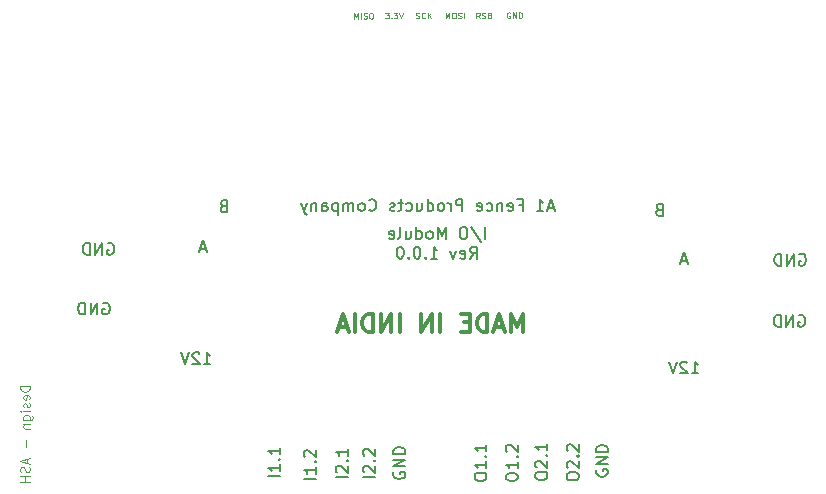
<source format=gbr>
%TF.GenerationSoftware,KiCad,Pcbnew,(5.1.10)-1*%
%TF.CreationDate,2021-11-03T13:15:42+05:30*%
%TF.ProjectId,Modbus_IO_Board,4d6f6462-7573-45f4-994f-5f426f617264,rev?*%
%TF.SameCoordinates,Original*%
%TF.FileFunction,Legend,Bot*%
%TF.FilePolarity,Positive*%
%FSLAX46Y46*%
G04 Gerber Fmt 4.6, Leading zero omitted, Abs format (unit mm)*
G04 Created by KiCad (PCBNEW (5.1.10)-1) date 2021-11-03 13:15:42*
%MOMM*%
%LPD*%
G01*
G04 APERTURE LIST*
%ADD10C,0.100000*%
%ADD11C,0.150000*%
%ADD12C,0.300000*%
G04 APERTURE END LIST*
D10*
X201669047Y-85050000D02*
X201621428Y-85026190D01*
X201550000Y-85026190D01*
X201478571Y-85050000D01*
X201430952Y-85097619D01*
X201407142Y-85145238D01*
X201383333Y-85240476D01*
X201383333Y-85311904D01*
X201407142Y-85407142D01*
X201430952Y-85454761D01*
X201478571Y-85502380D01*
X201550000Y-85526190D01*
X201597619Y-85526190D01*
X201669047Y-85502380D01*
X201692857Y-85478571D01*
X201692857Y-85311904D01*
X201597619Y-85311904D01*
X201907142Y-85526190D02*
X201907142Y-85026190D01*
X202192857Y-85526190D01*
X202192857Y-85026190D01*
X202430952Y-85526190D02*
X202430952Y-85026190D01*
X202550000Y-85026190D01*
X202621428Y-85050000D01*
X202669047Y-85097619D01*
X202692857Y-85145238D01*
X202716666Y-85240476D01*
X202716666Y-85311904D01*
X202692857Y-85407142D01*
X202669047Y-85454761D01*
X202621428Y-85502380D01*
X202550000Y-85526190D01*
X202430952Y-85526190D01*
X199116666Y-85551190D02*
X198950000Y-85313095D01*
X198830952Y-85551190D02*
X198830952Y-85051190D01*
X199021428Y-85051190D01*
X199069047Y-85075000D01*
X199092857Y-85098809D01*
X199116666Y-85146428D01*
X199116666Y-85217857D01*
X199092857Y-85265476D01*
X199069047Y-85289285D01*
X199021428Y-85313095D01*
X198830952Y-85313095D01*
X199307142Y-85527380D02*
X199378571Y-85551190D01*
X199497619Y-85551190D01*
X199545238Y-85527380D01*
X199569047Y-85503571D01*
X199592857Y-85455952D01*
X199592857Y-85408333D01*
X199569047Y-85360714D01*
X199545238Y-85336904D01*
X199497619Y-85313095D01*
X199402380Y-85289285D01*
X199354761Y-85265476D01*
X199330952Y-85241666D01*
X199307142Y-85194047D01*
X199307142Y-85146428D01*
X199330952Y-85098809D01*
X199354761Y-85075000D01*
X199402380Y-85051190D01*
X199521428Y-85051190D01*
X199592857Y-85075000D01*
X199973809Y-85289285D02*
X200045238Y-85313095D01*
X200069047Y-85336904D01*
X200092857Y-85384523D01*
X200092857Y-85455952D01*
X200069047Y-85503571D01*
X200045238Y-85527380D01*
X199997619Y-85551190D01*
X199807142Y-85551190D01*
X199807142Y-85051190D01*
X199973809Y-85051190D01*
X200021428Y-85075000D01*
X200045238Y-85098809D01*
X200069047Y-85146428D01*
X200069047Y-85194047D01*
X200045238Y-85241666D01*
X200021428Y-85265476D01*
X199973809Y-85289285D01*
X199807142Y-85289285D01*
X193707142Y-85527380D02*
X193778571Y-85551190D01*
X193897619Y-85551190D01*
X193945238Y-85527380D01*
X193969047Y-85503571D01*
X193992857Y-85455952D01*
X193992857Y-85408333D01*
X193969047Y-85360714D01*
X193945238Y-85336904D01*
X193897619Y-85313095D01*
X193802380Y-85289285D01*
X193754761Y-85265476D01*
X193730952Y-85241666D01*
X193707142Y-85194047D01*
X193707142Y-85146428D01*
X193730952Y-85098809D01*
X193754761Y-85075000D01*
X193802380Y-85051190D01*
X193921428Y-85051190D01*
X193992857Y-85075000D01*
X194492857Y-85503571D02*
X194469047Y-85527380D01*
X194397619Y-85551190D01*
X194350000Y-85551190D01*
X194278571Y-85527380D01*
X194230952Y-85479761D01*
X194207142Y-85432142D01*
X194183333Y-85336904D01*
X194183333Y-85265476D01*
X194207142Y-85170238D01*
X194230952Y-85122619D01*
X194278571Y-85075000D01*
X194350000Y-85051190D01*
X194397619Y-85051190D01*
X194469047Y-85075000D01*
X194492857Y-85098809D01*
X194707142Y-85551190D02*
X194707142Y-85051190D01*
X194992857Y-85551190D02*
X194778571Y-85265476D01*
X194992857Y-85051190D02*
X194707142Y-85336904D01*
X196214285Y-85551190D02*
X196214285Y-85051190D01*
X196380952Y-85408333D01*
X196547619Y-85051190D01*
X196547619Y-85551190D01*
X196880952Y-85051190D02*
X196976190Y-85051190D01*
X197023809Y-85075000D01*
X197071428Y-85122619D01*
X197095238Y-85217857D01*
X197095238Y-85384523D01*
X197071428Y-85479761D01*
X197023809Y-85527380D01*
X196976190Y-85551190D01*
X196880952Y-85551190D01*
X196833333Y-85527380D01*
X196785714Y-85479761D01*
X196761904Y-85384523D01*
X196761904Y-85217857D01*
X196785714Y-85122619D01*
X196833333Y-85075000D01*
X196880952Y-85051190D01*
X197285714Y-85527380D02*
X197357142Y-85551190D01*
X197476190Y-85551190D01*
X197523809Y-85527380D01*
X197547619Y-85503571D01*
X197571428Y-85455952D01*
X197571428Y-85408333D01*
X197547619Y-85360714D01*
X197523809Y-85336904D01*
X197476190Y-85313095D01*
X197380952Y-85289285D01*
X197333333Y-85265476D01*
X197309523Y-85241666D01*
X197285714Y-85194047D01*
X197285714Y-85146428D01*
X197309523Y-85098809D01*
X197333333Y-85075000D01*
X197380952Y-85051190D01*
X197500000Y-85051190D01*
X197571428Y-85075000D01*
X197785714Y-85551190D02*
X197785714Y-85051190D01*
X191111904Y-85051190D02*
X191421428Y-85051190D01*
X191254761Y-85241666D01*
X191326190Y-85241666D01*
X191373809Y-85265476D01*
X191397619Y-85289285D01*
X191421428Y-85336904D01*
X191421428Y-85455952D01*
X191397619Y-85503571D01*
X191373809Y-85527380D01*
X191326190Y-85551190D01*
X191183333Y-85551190D01*
X191135714Y-85527380D01*
X191111904Y-85503571D01*
X191635714Y-85503571D02*
X191659523Y-85527380D01*
X191635714Y-85551190D01*
X191611904Y-85527380D01*
X191635714Y-85503571D01*
X191635714Y-85551190D01*
X191826190Y-85051190D02*
X192135714Y-85051190D01*
X191969047Y-85241666D01*
X192040476Y-85241666D01*
X192088095Y-85265476D01*
X192111904Y-85289285D01*
X192135714Y-85336904D01*
X192135714Y-85455952D01*
X192111904Y-85503571D01*
X192088095Y-85527380D01*
X192040476Y-85551190D01*
X191897619Y-85551190D01*
X191850000Y-85527380D01*
X191826190Y-85503571D01*
X192278571Y-85051190D02*
X192445238Y-85551190D01*
X192611904Y-85051190D01*
X188489285Y-85576190D02*
X188489285Y-85076190D01*
X188655952Y-85433333D01*
X188822619Y-85076190D01*
X188822619Y-85576190D01*
X189060714Y-85576190D02*
X189060714Y-85076190D01*
X189275000Y-85552380D02*
X189346428Y-85576190D01*
X189465476Y-85576190D01*
X189513095Y-85552380D01*
X189536904Y-85528571D01*
X189560714Y-85480952D01*
X189560714Y-85433333D01*
X189536904Y-85385714D01*
X189513095Y-85361904D01*
X189465476Y-85338095D01*
X189370238Y-85314285D01*
X189322619Y-85290476D01*
X189298809Y-85266666D01*
X189275000Y-85219047D01*
X189275000Y-85171428D01*
X189298809Y-85123809D01*
X189322619Y-85100000D01*
X189370238Y-85076190D01*
X189489285Y-85076190D01*
X189560714Y-85100000D01*
X189870238Y-85076190D02*
X189965476Y-85076190D01*
X190013095Y-85100000D01*
X190060714Y-85147619D01*
X190084523Y-85242857D01*
X190084523Y-85409523D01*
X190060714Y-85504761D01*
X190013095Y-85552380D01*
X189965476Y-85576190D01*
X189870238Y-85576190D01*
X189822619Y-85552380D01*
X189775000Y-85504761D01*
X189751190Y-85409523D01*
X189751190Y-85242857D01*
X189775000Y-85147619D01*
X189822619Y-85100000D01*
X189870238Y-85076190D01*
D11*
X226111904Y-110700000D02*
X226207142Y-110652380D01*
X226350000Y-110652380D01*
X226492857Y-110700000D01*
X226588095Y-110795238D01*
X226635714Y-110890476D01*
X226683333Y-111080952D01*
X226683333Y-111223809D01*
X226635714Y-111414285D01*
X226588095Y-111509523D01*
X226492857Y-111604761D01*
X226350000Y-111652380D01*
X226254761Y-111652380D01*
X226111904Y-111604761D01*
X226064285Y-111557142D01*
X226064285Y-111223809D01*
X226254761Y-111223809D01*
X225635714Y-111652380D02*
X225635714Y-110652380D01*
X225064285Y-111652380D01*
X225064285Y-110652380D01*
X224588095Y-111652380D02*
X224588095Y-110652380D01*
X224350000Y-110652380D01*
X224207142Y-110700000D01*
X224111904Y-110795238D01*
X224064285Y-110890476D01*
X224016666Y-111080952D01*
X224016666Y-111223809D01*
X224064285Y-111414285D01*
X224111904Y-111509523D01*
X224207142Y-111604761D01*
X224350000Y-111652380D01*
X224588095Y-111652380D01*
X226161904Y-105525000D02*
X226257142Y-105477380D01*
X226400000Y-105477380D01*
X226542857Y-105525000D01*
X226638095Y-105620238D01*
X226685714Y-105715476D01*
X226733333Y-105905952D01*
X226733333Y-106048809D01*
X226685714Y-106239285D01*
X226638095Y-106334523D01*
X226542857Y-106429761D01*
X226400000Y-106477380D01*
X226304761Y-106477380D01*
X226161904Y-106429761D01*
X226114285Y-106382142D01*
X226114285Y-106048809D01*
X226304761Y-106048809D01*
X225685714Y-106477380D02*
X225685714Y-105477380D01*
X225114285Y-106477380D01*
X225114285Y-105477380D01*
X224638095Y-106477380D02*
X224638095Y-105477380D01*
X224400000Y-105477380D01*
X224257142Y-105525000D01*
X224161904Y-105620238D01*
X224114285Y-105715476D01*
X224066666Y-105905952D01*
X224066666Y-106048809D01*
X224114285Y-106239285D01*
X224161904Y-106334523D01*
X224257142Y-106429761D01*
X224400000Y-106477380D01*
X224638095Y-106477380D01*
X217044047Y-115602380D02*
X217615476Y-115602380D01*
X217329761Y-115602380D02*
X217329761Y-114602380D01*
X217425000Y-114745238D01*
X217520238Y-114840476D01*
X217615476Y-114888095D01*
X216663095Y-114697619D02*
X216615476Y-114650000D01*
X216520238Y-114602380D01*
X216282142Y-114602380D01*
X216186904Y-114650000D01*
X216139285Y-114697619D01*
X216091666Y-114792857D01*
X216091666Y-114888095D01*
X216139285Y-115030952D01*
X216710714Y-115602380D01*
X216091666Y-115602380D01*
X215805952Y-114602380D02*
X215472619Y-115602380D01*
X215139285Y-114602380D01*
X175744047Y-114827380D02*
X176315476Y-114827380D01*
X176029761Y-114827380D02*
X176029761Y-113827380D01*
X176125000Y-113970238D01*
X176220238Y-114065476D01*
X176315476Y-114113095D01*
X175363095Y-113922619D02*
X175315476Y-113875000D01*
X175220238Y-113827380D01*
X174982142Y-113827380D01*
X174886904Y-113875000D01*
X174839285Y-113922619D01*
X174791666Y-114017857D01*
X174791666Y-114113095D01*
X174839285Y-114255952D01*
X175410714Y-114827380D01*
X174791666Y-114827380D01*
X174505952Y-113827380D02*
X174172619Y-114827380D01*
X173839285Y-113827380D01*
X167211904Y-109650000D02*
X167307142Y-109602380D01*
X167450000Y-109602380D01*
X167592857Y-109650000D01*
X167688095Y-109745238D01*
X167735714Y-109840476D01*
X167783333Y-110030952D01*
X167783333Y-110173809D01*
X167735714Y-110364285D01*
X167688095Y-110459523D01*
X167592857Y-110554761D01*
X167450000Y-110602380D01*
X167354761Y-110602380D01*
X167211904Y-110554761D01*
X167164285Y-110507142D01*
X167164285Y-110173809D01*
X167354761Y-110173809D01*
X166735714Y-110602380D02*
X166735714Y-109602380D01*
X166164285Y-110602380D01*
X166164285Y-109602380D01*
X165688095Y-110602380D02*
X165688095Y-109602380D01*
X165450000Y-109602380D01*
X165307142Y-109650000D01*
X165211904Y-109745238D01*
X165164285Y-109840476D01*
X165116666Y-110030952D01*
X165116666Y-110173809D01*
X165164285Y-110364285D01*
X165211904Y-110459523D01*
X165307142Y-110554761D01*
X165450000Y-110602380D01*
X165688095Y-110602380D01*
X167611904Y-104600000D02*
X167707142Y-104552380D01*
X167850000Y-104552380D01*
X167992857Y-104600000D01*
X168088095Y-104695238D01*
X168135714Y-104790476D01*
X168183333Y-104980952D01*
X168183333Y-105123809D01*
X168135714Y-105314285D01*
X168088095Y-105409523D01*
X167992857Y-105504761D01*
X167850000Y-105552380D01*
X167754761Y-105552380D01*
X167611904Y-105504761D01*
X167564285Y-105457142D01*
X167564285Y-105123809D01*
X167754761Y-105123809D01*
X167135714Y-105552380D02*
X167135714Y-104552380D01*
X166564285Y-105552380D01*
X166564285Y-104552380D01*
X166088095Y-105552380D02*
X166088095Y-104552380D01*
X165850000Y-104552380D01*
X165707142Y-104600000D01*
X165611904Y-104695238D01*
X165564285Y-104790476D01*
X165516666Y-104980952D01*
X165516666Y-105123809D01*
X165564285Y-105314285D01*
X165611904Y-105409523D01*
X165707142Y-105504761D01*
X165850000Y-105552380D01*
X166088095Y-105552380D01*
X214303571Y-101728571D02*
X214160714Y-101776190D01*
X214113095Y-101823809D01*
X214065476Y-101919047D01*
X214065476Y-102061904D01*
X214113095Y-102157142D01*
X214160714Y-102204761D01*
X214255952Y-102252380D01*
X214636904Y-102252380D01*
X214636904Y-101252380D01*
X214303571Y-101252380D01*
X214208333Y-101300000D01*
X214160714Y-101347619D01*
X214113095Y-101442857D01*
X214113095Y-101538095D01*
X214160714Y-101633333D01*
X214208333Y-101680952D01*
X214303571Y-101728571D01*
X214636904Y-101728571D01*
X216638095Y-106066666D02*
X216161904Y-106066666D01*
X216733333Y-106352380D02*
X216400000Y-105352380D01*
X216066666Y-106352380D01*
X177403571Y-101428571D02*
X177260714Y-101476190D01*
X177213095Y-101523809D01*
X177165476Y-101619047D01*
X177165476Y-101761904D01*
X177213095Y-101857142D01*
X177260714Y-101904761D01*
X177355952Y-101952380D01*
X177736904Y-101952380D01*
X177736904Y-100952380D01*
X177403571Y-100952380D01*
X177308333Y-101000000D01*
X177260714Y-101047619D01*
X177213095Y-101142857D01*
X177213095Y-101238095D01*
X177260714Y-101333333D01*
X177308333Y-101380952D01*
X177403571Y-101428571D01*
X177736904Y-101428571D01*
X175888095Y-105041666D02*
X175411904Y-105041666D01*
X175983333Y-105327380D02*
X175650000Y-104327380D01*
X175316666Y-105327380D01*
X201327380Y-124460714D02*
X201327380Y-124270238D01*
X201375000Y-124175000D01*
X201470238Y-124079761D01*
X201660714Y-124032142D01*
X201994047Y-124032142D01*
X202184523Y-124079761D01*
X202279761Y-124175000D01*
X202327380Y-124270238D01*
X202327380Y-124460714D01*
X202279761Y-124555952D01*
X202184523Y-124651190D01*
X201994047Y-124698809D01*
X201660714Y-124698809D01*
X201470238Y-124651190D01*
X201375000Y-124555952D01*
X201327380Y-124460714D01*
X202327380Y-123079761D02*
X202327380Y-123651190D01*
X202327380Y-123365476D02*
X201327380Y-123365476D01*
X201470238Y-123460714D01*
X201565476Y-123555952D01*
X201613095Y-123651190D01*
X202232142Y-122651190D02*
X202279761Y-122603571D01*
X202327380Y-122651190D01*
X202279761Y-122698809D01*
X202232142Y-122651190D01*
X202327380Y-122651190D01*
X201422619Y-122222619D02*
X201375000Y-122175000D01*
X201327380Y-122079761D01*
X201327380Y-121841666D01*
X201375000Y-121746428D01*
X201422619Y-121698809D01*
X201517857Y-121651190D01*
X201613095Y-121651190D01*
X201755952Y-121698809D01*
X202327380Y-122270238D01*
X202327380Y-121651190D01*
X209025000Y-123761904D02*
X208977380Y-123857142D01*
X208977380Y-124000000D01*
X209025000Y-124142857D01*
X209120238Y-124238095D01*
X209215476Y-124285714D01*
X209405952Y-124333333D01*
X209548809Y-124333333D01*
X209739285Y-124285714D01*
X209834523Y-124238095D01*
X209929761Y-124142857D01*
X209977380Y-124000000D01*
X209977380Y-123904761D01*
X209929761Y-123761904D01*
X209882142Y-123714285D01*
X209548809Y-123714285D01*
X209548809Y-123904761D01*
X209977380Y-123285714D02*
X208977380Y-123285714D01*
X209977380Y-122714285D01*
X208977380Y-122714285D01*
X209977380Y-122238095D02*
X208977380Y-122238095D01*
X208977380Y-122000000D01*
X209025000Y-121857142D01*
X209120238Y-121761904D01*
X209215476Y-121714285D01*
X209405952Y-121666666D01*
X209548809Y-121666666D01*
X209739285Y-121714285D01*
X209834523Y-121761904D01*
X209929761Y-121857142D01*
X209977380Y-122000000D01*
X209977380Y-122238095D01*
X203827380Y-124360714D02*
X203827380Y-124170238D01*
X203875000Y-124075000D01*
X203970238Y-123979761D01*
X204160714Y-123932142D01*
X204494047Y-123932142D01*
X204684523Y-123979761D01*
X204779761Y-124075000D01*
X204827380Y-124170238D01*
X204827380Y-124360714D01*
X204779761Y-124455952D01*
X204684523Y-124551190D01*
X204494047Y-124598809D01*
X204160714Y-124598809D01*
X203970238Y-124551190D01*
X203875000Y-124455952D01*
X203827380Y-124360714D01*
X203922619Y-123551190D02*
X203875000Y-123503571D01*
X203827380Y-123408333D01*
X203827380Y-123170238D01*
X203875000Y-123075000D01*
X203922619Y-123027380D01*
X204017857Y-122979761D01*
X204113095Y-122979761D01*
X204255952Y-123027380D01*
X204827380Y-123598809D01*
X204827380Y-122979761D01*
X204732142Y-122551190D02*
X204779761Y-122503571D01*
X204827380Y-122551190D01*
X204779761Y-122598809D01*
X204732142Y-122551190D01*
X204827380Y-122551190D01*
X204827380Y-121551190D02*
X204827380Y-122122619D01*
X204827380Y-121836904D02*
X203827380Y-121836904D01*
X203970238Y-121932142D01*
X204065476Y-122027380D01*
X204113095Y-122122619D01*
X206477380Y-124410714D02*
X206477380Y-124220238D01*
X206525000Y-124125000D01*
X206620238Y-124029761D01*
X206810714Y-123982142D01*
X207144047Y-123982142D01*
X207334523Y-124029761D01*
X207429761Y-124125000D01*
X207477380Y-124220238D01*
X207477380Y-124410714D01*
X207429761Y-124505952D01*
X207334523Y-124601190D01*
X207144047Y-124648809D01*
X206810714Y-124648809D01*
X206620238Y-124601190D01*
X206525000Y-124505952D01*
X206477380Y-124410714D01*
X206572619Y-123601190D02*
X206525000Y-123553571D01*
X206477380Y-123458333D01*
X206477380Y-123220238D01*
X206525000Y-123125000D01*
X206572619Y-123077380D01*
X206667857Y-123029761D01*
X206763095Y-123029761D01*
X206905952Y-123077380D01*
X207477380Y-123648809D01*
X207477380Y-123029761D01*
X207382142Y-122601190D02*
X207429761Y-122553571D01*
X207477380Y-122601190D01*
X207429761Y-122648809D01*
X207382142Y-122601190D01*
X207477380Y-122601190D01*
X206572619Y-122172619D02*
X206525000Y-122125000D01*
X206477380Y-122029761D01*
X206477380Y-121791666D01*
X206525000Y-121696428D01*
X206572619Y-121648809D01*
X206667857Y-121601190D01*
X206763095Y-121601190D01*
X206905952Y-121648809D01*
X207477380Y-122220238D01*
X207477380Y-121601190D01*
X198677380Y-124435714D02*
X198677380Y-124245238D01*
X198725000Y-124150000D01*
X198820238Y-124054761D01*
X199010714Y-124007142D01*
X199344047Y-124007142D01*
X199534523Y-124054761D01*
X199629761Y-124150000D01*
X199677380Y-124245238D01*
X199677380Y-124435714D01*
X199629761Y-124530952D01*
X199534523Y-124626190D01*
X199344047Y-124673809D01*
X199010714Y-124673809D01*
X198820238Y-124626190D01*
X198725000Y-124530952D01*
X198677380Y-124435714D01*
X199677380Y-123054761D02*
X199677380Y-123626190D01*
X199677380Y-123340476D02*
X198677380Y-123340476D01*
X198820238Y-123435714D01*
X198915476Y-123530952D01*
X198963095Y-123626190D01*
X199582142Y-122626190D02*
X199629761Y-122578571D01*
X199677380Y-122626190D01*
X199629761Y-122673809D01*
X199582142Y-122626190D01*
X199677380Y-122626190D01*
X199677380Y-121626190D02*
X199677380Y-122197619D01*
X199677380Y-121911904D02*
X198677380Y-121911904D01*
X198820238Y-122007142D01*
X198915476Y-122102380D01*
X198963095Y-122197619D01*
X182202380Y-124315476D02*
X181202380Y-124315476D01*
X182202380Y-123315476D02*
X182202380Y-123886904D01*
X182202380Y-123601190D02*
X181202380Y-123601190D01*
X181345238Y-123696428D01*
X181440476Y-123791666D01*
X181488095Y-123886904D01*
X182107142Y-122886904D02*
X182154761Y-122839285D01*
X182202380Y-122886904D01*
X182154761Y-122934523D01*
X182107142Y-122886904D01*
X182202380Y-122886904D01*
X182202380Y-121886904D02*
X182202380Y-122458333D01*
X182202380Y-122172619D02*
X181202380Y-122172619D01*
X181345238Y-122267857D01*
X181440476Y-122363095D01*
X181488095Y-122458333D01*
X185227380Y-124515476D02*
X184227380Y-124515476D01*
X185227380Y-123515476D02*
X185227380Y-124086904D01*
X185227380Y-123801190D02*
X184227380Y-123801190D01*
X184370238Y-123896428D01*
X184465476Y-123991666D01*
X184513095Y-124086904D01*
X185132142Y-123086904D02*
X185179761Y-123039285D01*
X185227380Y-123086904D01*
X185179761Y-123134523D01*
X185132142Y-123086904D01*
X185227380Y-123086904D01*
X184322619Y-122658333D02*
X184275000Y-122610714D01*
X184227380Y-122515476D01*
X184227380Y-122277380D01*
X184275000Y-122182142D01*
X184322619Y-122134523D01*
X184417857Y-122086904D01*
X184513095Y-122086904D01*
X184655952Y-122134523D01*
X185227380Y-122705952D01*
X185227380Y-122086904D01*
X191850000Y-123961904D02*
X191802380Y-124057142D01*
X191802380Y-124200000D01*
X191850000Y-124342857D01*
X191945238Y-124438095D01*
X192040476Y-124485714D01*
X192230952Y-124533333D01*
X192373809Y-124533333D01*
X192564285Y-124485714D01*
X192659523Y-124438095D01*
X192754761Y-124342857D01*
X192802380Y-124200000D01*
X192802380Y-124104761D01*
X192754761Y-123961904D01*
X192707142Y-123914285D01*
X192373809Y-123914285D01*
X192373809Y-124104761D01*
X192802380Y-123485714D02*
X191802380Y-123485714D01*
X192802380Y-122914285D01*
X191802380Y-122914285D01*
X192802380Y-122438095D02*
X191802380Y-122438095D01*
X191802380Y-122200000D01*
X191850000Y-122057142D01*
X191945238Y-121961904D01*
X192040476Y-121914285D01*
X192230952Y-121866666D01*
X192373809Y-121866666D01*
X192564285Y-121914285D01*
X192659523Y-121961904D01*
X192754761Y-122057142D01*
X192802380Y-122200000D01*
X192802380Y-122438095D01*
X190252380Y-124415476D02*
X189252380Y-124415476D01*
X189347619Y-123986904D02*
X189300000Y-123939285D01*
X189252380Y-123844047D01*
X189252380Y-123605952D01*
X189300000Y-123510714D01*
X189347619Y-123463095D01*
X189442857Y-123415476D01*
X189538095Y-123415476D01*
X189680952Y-123463095D01*
X190252380Y-124034523D01*
X190252380Y-123415476D01*
X190157142Y-122986904D02*
X190204761Y-122939285D01*
X190252380Y-122986904D01*
X190204761Y-123034523D01*
X190157142Y-122986904D01*
X190252380Y-122986904D01*
X189347619Y-122558333D02*
X189300000Y-122510714D01*
X189252380Y-122415476D01*
X189252380Y-122177380D01*
X189300000Y-122082142D01*
X189347619Y-122034523D01*
X189442857Y-121986904D01*
X189538095Y-121986904D01*
X189680952Y-122034523D01*
X190252380Y-122605952D01*
X190252380Y-121986904D01*
X187927380Y-124415476D02*
X186927380Y-124415476D01*
X187022619Y-123986904D02*
X186975000Y-123939285D01*
X186927380Y-123844047D01*
X186927380Y-123605952D01*
X186975000Y-123510714D01*
X187022619Y-123463095D01*
X187117857Y-123415476D01*
X187213095Y-123415476D01*
X187355952Y-123463095D01*
X187927380Y-124034523D01*
X187927380Y-123415476D01*
X187832142Y-122986904D02*
X187879761Y-122939285D01*
X187927380Y-122986904D01*
X187879761Y-123034523D01*
X187832142Y-122986904D01*
X187927380Y-122986904D01*
X187927380Y-121986904D02*
X187927380Y-122558333D01*
X187927380Y-122272619D02*
X186927380Y-122272619D01*
X187070238Y-122367857D01*
X187165476Y-122463095D01*
X187213095Y-122558333D01*
D12*
X202750000Y-112078571D02*
X202750000Y-110578571D01*
X202250000Y-111650000D01*
X201750000Y-110578571D01*
X201750000Y-112078571D01*
X201107142Y-111650000D02*
X200392857Y-111650000D01*
X201250000Y-112078571D02*
X200750000Y-110578571D01*
X200250000Y-112078571D01*
X199750000Y-112078571D02*
X199750000Y-110578571D01*
X199392857Y-110578571D01*
X199178571Y-110650000D01*
X199035714Y-110792857D01*
X198964285Y-110935714D01*
X198892857Y-111221428D01*
X198892857Y-111435714D01*
X198964285Y-111721428D01*
X199035714Y-111864285D01*
X199178571Y-112007142D01*
X199392857Y-112078571D01*
X199750000Y-112078571D01*
X198250000Y-111292857D02*
X197750000Y-111292857D01*
X197535714Y-112078571D02*
X198250000Y-112078571D01*
X198250000Y-110578571D01*
X197535714Y-110578571D01*
X195750000Y-112078571D02*
X195750000Y-110578571D01*
X195035714Y-112078571D02*
X195035714Y-110578571D01*
X194178571Y-112078571D01*
X194178571Y-110578571D01*
X192321428Y-112078571D02*
X192321428Y-110578571D01*
X191607142Y-112078571D02*
X191607142Y-110578571D01*
X190750000Y-112078571D01*
X190750000Y-110578571D01*
X190035714Y-112078571D02*
X190035714Y-110578571D01*
X189678571Y-110578571D01*
X189464285Y-110650000D01*
X189321428Y-110792857D01*
X189250000Y-110935714D01*
X189178571Y-111221428D01*
X189178571Y-111435714D01*
X189250000Y-111721428D01*
X189321428Y-111864285D01*
X189464285Y-112007142D01*
X189678571Y-112078571D01*
X190035714Y-112078571D01*
X188535714Y-112078571D02*
X188535714Y-110578571D01*
X187892857Y-111650000D02*
X187178571Y-111650000D01*
X188035714Y-112078571D02*
X187535714Y-110578571D01*
X187035714Y-112078571D01*
D11*
X199547619Y-104227380D02*
X199547619Y-103227380D01*
X198357142Y-103179761D02*
X199214285Y-104465476D01*
X197833333Y-103227380D02*
X197642857Y-103227380D01*
X197547619Y-103275000D01*
X197452380Y-103370238D01*
X197404761Y-103560714D01*
X197404761Y-103894047D01*
X197452380Y-104084523D01*
X197547619Y-104179761D01*
X197642857Y-104227380D01*
X197833333Y-104227380D01*
X197928571Y-104179761D01*
X198023809Y-104084523D01*
X198071428Y-103894047D01*
X198071428Y-103560714D01*
X198023809Y-103370238D01*
X197928571Y-103275000D01*
X197833333Y-103227380D01*
X196214285Y-104227380D02*
X196214285Y-103227380D01*
X195880952Y-103941666D01*
X195547619Y-103227380D01*
X195547619Y-104227380D01*
X194928571Y-104227380D02*
X195023809Y-104179761D01*
X195071428Y-104132142D01*
X195119047Y-104036904D01*
X195119047Y-103751190D01*
X195071428Y-103655952D01*
X195023809Y-103608333D01*
X194928571Y-103560714D01*
X194785714Y-103560714D01*
X194690476Y-103608333D01*
X194642857Y-103655952D01*
X194595238Y-103751190D01*
X194595238Y-104036904D01*
X194642857Y-104132142D01*
X194690476Y-104179761D01*
X194785714Y-104227380D01*
X194928571Y-104227380D01*
X193738095Y-104227380D02*
X193738095Y-103227380D01*
X193738095Y-104179761D02*
X193833333Y-104227380D01*
X194023809Y-104227380D01*
X194119047Y-104179761D01*
X194166666Y-104132142D01*
X194214285Y-104036904D01*
X194214285Y-103751190D01*
X194166666Y-103655952D01*
X194119047Y-103608333D01*
X194023809Y-103560714D01*
X193833333Y-103560714D01*
X193738095Y-103608333D01*
X192833333Y-103560714D02*
X192833333Y-104227380D01*
X193261904Y-103560714D02*
X193261904Y-104084523D01*
X193214285Y-104179761D01*
X193119047Y-104227380D01*
X192976190Y-104227380D01*
X192880952Y-104179761D01*
X192833333Y-104132142D01*
X192214285Y-104227380D02*
X192309523Y-104179761D01*
X192357142Y-104084523D01*
X192357142Y-103227380D01*
X191452380Y-104179761D02*
X191547619Y-104227380D01*
X191738095Y-104227380D01*
X191833333Y-104179761D01*
X191880952Y-104084523D01*
X191880952Y-103703571D01*
X191833333Y-103608333D01*
X191738095Y-103560714D01*
X191547619Y-103560714D01*
X191452380Y-103608333D01*
X191404761Y-103703571D01*
X191404761Y-103798809D01*
X191880952Y-103894047D01*
X198285714Y-105877380D02*
X198619047Y-105401190D01*
X198857142Y-105877380D02*
X198857142Y-104877380D01*
X198476190Y-104877380D01*
X198380952Y-104925000D01*
X198333333Y-104972619D01*
X198285714Y-105067857D01*
X198285714Y-105210714D01*
X198333333Y-105305952D01*
X198380952Y-105353571D01*
X198476190Y-105401190D01*
X198857142Y-105401190D01*
X197476190Y-105829761D02*
X197571428Y-105877380D01*
X197761904Y-105877380D01*
X197857142Y-105829761D01*
X197904761Y-105734523D01*
X197904761Y-105353571D01*
X197857142Y-105258333D01*
X197761904Y-105210714D01*
X197571428Y-105210714D01*
X197476190Y-105258333D01*
X197428571Y-105353571D01*
X197428571Y-105448809D01*
X197904761Y-105544047D01*
X197095238Y-105210714D02*
X196857142Y-105877380D01*
X196619047Y-105210714D01*
X194952380Y-105877380D02*
X195523809Y-105877380D01*
X195238095Y-105877380D02*
X195238095Y-104877380D01*
X195333333Y-105020238D01*
X195428571Y-105115476D01*
X195523809Y-105163095D01*
X194523809Y-105782142D02*
X194476190Y-105829761D01*
X194523809Y-105877380D01*
X194571428Y-105829761D01*
X194523809Y-105782142D01*
X194523809Y-105877380D01*
X193857142Y-104877380D02*
X193761904Y-104877380D01*
X193666666Y-104925000D01*
X193619047Y-104972619D01*
X193571428Y-105067857D01*
X193523809Y-105258333D01*
X193523809Y-105496428D01*
X193571428Y-105686904D01*
X193619047Y-105782142D01*
X193666666Y-105829761D01*
X193761904Y-105877380D01*
X193857142Y-105877380D01*
X193952380Y-105829761D01*
X194000000Y-105782142D01*
X194047619Y-105686904D01*
X194095238Y-105496428D01*
X194095238Y-105258333D01*
X194047619Y-105067857D01*
X194000000Y-104972619D01*
X193952380Y-104925000D01*
X193857142Y-104877380D01*
X193095238Y-105782142D02*
X193047619Y-105829761D01*
X193095238Y-105877380D01*
X193142857Y-105829761D01*
X193095238Y-105782142D01*
X193095238Y-105877380D01*
X192428571Y-104877380D02*
X192333333Y-104877380D01*
X192238095Y-104925000D01*
X192190476Y-104972619D01*
X192142857Y-105067857D01*
X192095238Y-105258333D01*
X192095238Y-105496428D01*
X192142857Y-105686904D01*
X192190476Y-105782142D01*
X192238095Y-105829761D01*
X192333333Y-105877380D01*
X192428571Y-105877380D01*
X192523809Y-105829761D01*
X192571428Y-105782142D01*
X192619047Y-105686904D01*
X192666666Y-105496428D01*
X192666666Y-105258333D01*
X192619047Y-105067857D01*
X192571428Y-104972619D01*
X192523809Y-104925000D01*
X192428571Y-104877380D01*
D10*
X161011904Y-116691904D02*
X160211904Y-116691904D01*
X160211904Y-116882380D01*
X160250000Y-116996666D01*
X160326190Y-117072857D01*
X160402380Y-117110952D01*
X160554761Y-117149047D01*
X160669047Y-117149047D01*
X160821428Y-117110952D01*
X160897619Y-117072857D01*
X160973809Y-116996666D01*
X161011904Y-116882380D01*
X161011904Y-116691904D01*
X160973809Y-117796666D02*
X161011904Y-117720476D01*
X161011904Y-117568095D01*
X160973809Y-117491904D01*
X160897619Y-117453809D01*
X160592857Y-117453809D01*
X160516666Y-117491904D01*
X160478571Y-117568095D01*
X160478571Y-117720476D01*
X160516666Y-117796666D01*
X160592857Y-117834761D01*
X160669047Y-117834761D01*
X160745238Y-117453809D01*
X160973809Y-118139523D02*
X161011904Y-118215714D01*
X161011904Y-118368095D01*
X160973809Y-118444285D01*
X160897619Y-118482380D01*
X160859523Y-118482380D01*
X160783333Y-118444285D01*
X160745238Y-118368095D01*
X160745238Y-118253809D01*
X160707142Y-118177619D01*
X160630952Y-118139523D01*
X160592857Y-118139523D01*
X160516666Y-118177619D01*
X160478571Y-118253809D01*
X160478571Y-118368095D01*
X160516666Y-118444285D01*
X161011904Y-118825238D02*
X160478571Y-118825238D01*
X160211904Y-118825238D02*
X160250000Y-118787142D01*
X160288095Y-118825238D01*
X160250000Y-118863333D01*
X160211904Y-118825238D01*
X160288095Y-118825238D01*
X160478571Y-119549047D02*
X161126190Y-119549047D01*
X161202380Y-119510952D01*
X161240476Y-119472857D01*
X161278571Y-119396666D01*
X161278571Y-119282380D01*
X161240476Y-119206190D01*
X160973809Y-119549047D02*
X161011904Y-119472857D01*
X161011904Y-119320476D01*
X160973809Y-119244285D01*
X160935714Y-119206190D01*
X160859523Y-119168095D01*
X160630952Y-119168095D01*
X160554761Y-119206190D01*
X160516666Y-119244285D01*
X160478571Y-119320476D01*
X160478571Y-119472857D01*
X160516666Y-119549047D01*
X160478571Y-119930000D02*
X161011904Y-119930000D01*
X160554761Y-119930000D02*
X160516666Y-119968095D01*
X160478571Y-120044285D01*
X160478571Y-120158571D01*
X160516666Y-120234761D01*
X160592857Y-120272857D01*
X161011904Y-120272857D01*
X160707142Y-121263333D02*
X160707142Y-121872857D01*
X160783333Y-122825238D02*
X160783333Y-123206190D01*
X161011904Y-122749047D02*
X160211904Y-123015714D01*
X161011904Y-123282380D01*
X160973809Y-123510952D02*
X161011904Y-123625238D01*
X161011904Y-123815714D01*
X160973809Y-123891904D01*
X160935714Y-123930000D01*
X160859523Y-123968095D01*
X160783333Y-123968095D01*
X160707142Y-123930000D01*
X160669047Y-123891904D01*
X160630952Y-123815714D01*
X160592857Y-123663333D01*
X160554761Y-123587142D01*
X160516666Y-123549047D01*
X160440476Y-123510952D01*
X160364285Y-123510952D01*
X160288095Y-123549047D01*
X160250000Y-123587142D01*
X160211904Y-123663333D01*
X160211904Y-123853809D01*
X160250000Y-123968095D01*
X161011904Y-124310952D02*
X160211904Y-124310952D01*
X160592857Y-124310952D02*
X160592857Y-124768095D01*
X161011904Y-124768095D02*
X160211904Y-124768095D01*
D11*
X205366666Y-101566666D02*
X204890476Y-101566666D01*
X205461904Y-101852380D02*
X205128571Y-100852380D01*
X204795238Y-101852380D01*
X203938095Y-101852380D02*
X204509523Y-101852380D01*
X204223809Y-101852380D02*
X204223809Y-100852380D01*
X204319047Y-100995238D01*
X204414285Y-101090476D01*
X204509523Y-101138095D01*
X202414285Y-101328571D02*
X202747619Y-101328571D01*
X202747619Y-101852380D02*
X202747619Y-100852380D01*
X202271428Y-100852380D01*
X201509523Y-101804761D02*
X201604761Y-101852380D01*
X201795238Y-101852380D01*
X201890476Y-101804761D01*
X201938095Y-101709523D01*
X201938095Y-101328571D01*
X201890476Y-101233333D01*
X201795238Y-101185714D01*
X201604761Y-101185714D01*
X201509523Y-101233333D01*
X201461904Y-101328571D01*
X201461904Y-101423809D01*
X201938095Y-101519047D01*
X201033333Y-101185714D02*
X201033333Y-101852380D01*
X201033333Y-101280952D02*
X200985714Y-101233333D01*
X200890476Y-101185714D01*
X200747619Y-101185714D01*
X200652380Y-101233333D01*
X200604761Y-101328571D01*
X200604761Y-101852380D01*
X199700000Y-101804761D02*
X199795238Y-101852380D01*
X199985714Y-101852380D01*
X200080952Y-101804761D01*
X200128571Y-101757142D01*
X200176190Y-101661904D01*
X200176190Y-101376190D01*
X200128571Y-101280952D01*
X200080952Y-101233333D01*
X199985714Y-101185714D01*
X199795238Y-101185714D01*
X199700000Y-101233333D01*
X198890476Y-101804761D02*
X198985714Y-101852380D01*
X199176190Y-101852380D01*
X199271428Y-101804761D01*
X199319047Y-101709523D01*
X199319047Y-101328571D01*
X199271428Y-101233333D01*
X199176190Y-101185714D01*
X198985714Y-101185714D01*
X198890476Y-101233333D01*
X198842857Y-101328571D01*
X198842857Y-101423809D01*
X199319047Y-101519047D01*
X197652380Y-101852380D02*
X197652380Y-100852380D01*
X197271428Y-100852380D01*
X197176190Y-100900000D01*
X197128571Y-100947619D01*
X197080952Y-101042857D01*
X197080952Y-101185714D01*
X197128571Y-101280952D01*
X197176190Y-101328571D01*
X197271428Y-101376190D01*
X197652380Y-101376190D01*
X196652380Y-101852380D02*
X196652380Y-101185714D01*
X196652380Y-101376190D02*
X196604761Y-101280952D01*
X196557142Y-101233333D01*
X196461904Y-101185714D01*
X196366666Y-101185714D01*
X195890476Y-101852380D02*
X195985714Y-101804761D01*
X196033333Y-101757142D01*
X196080952Y-101661904D01*
X196080952Y-101376190D01*
X196033333Y-101280952D01*
X195985714Y-101233333D01*
X195890476Y-101185714D01*
X195747619Y-101185714D01*
X195652380Y-101233333D01*
X195604761Y-101280952D01*
X195557142Y-101376190D01*
X195557142Y-101661904D01*
X195604761Y-101757142D01*
X195652380Y-101804761D01*
X195747619Y-101852380D01*
X195890476Y-101852380D01*
X194700000Y-101852380D02*
X194700000Y-100852380D01*
X194700000Y-101804761D02*
X194795238Y-101852380D01*
X194985714Y-101852380D01*
X195080952Y-101804761D01*
X195128571Y-101757142D01*
X195176190Y-101661904D01*
X195176190Y-101376190D01*
X195128571Y-101280952D01*
X195080952Y-101233333D01*
X194985714Y-101185714D01*
X194795238Y-101185714D01*
X194700000Y-101233333D01*
X193795238Y-101185714D02*
X193795238Y-101852380D01*
X194223809Y-101185714D02*
X194223809Y-101709523D01*
X194176190Y-101804761D01*
X194080952Y-101852380D01*
X193938095Y-101852380D01*
X193842857Y-101804761D01*
X193795238Y-101757142D01*
X192890476Y-101804761D02*
X192985714Y-101852380D01*
X193176190Y-101852380D01*
X193271428Y-101804761D01*
X193319047Y-101757142D01*
X193366666Y-101661904D01*
X193366666Y-101376190D01*
X193319047Y-101280952D01*
X193271428Y-101233333D01*
X193176190Y-101185714D01*
X192985714Y-101185714D01*
X192890476Y-101233333D01*
X192604761Y-101185714D02*
X192223809Y-101185714D01*
X192461904Y-100852380D02*
X192461904Y-101709523D01*
X192414285Y-101804761D01*
X192319047Y-101852380D01*
X192223809Y-101852380D01*
X191938095Y-101804761D02*
X191842857Y-101852380D01*
X191652380Y-101852380D01*
X191557142Y-101804761D01*
X191509523Y-101709523D01*
X191509523Y-101661904D01*
X191557142Y-101566666D01*
X191652380Y-101519047D01*
X191795238Y-101519047D01*
X191890476Y-101471428D01*
X191938095Y-101376190D01*
X191938095Y-101328571D01*
X191890476Y-101233333D01*
X191795238Y-101185714D01*
X191652380Y-101185714D01*
X191557142Y-101233333D01*
X189747619Y-101757142D02*
X189795238Y-101804761D01*
X189938095Y-101852380D01*
X190033333Y-101852380D01*
X190176190Y-101804761D01*
X190271428Y-101709523D01*
X190319047Y-101614285D01*
X190366666Y-101423809D01*
X190366666Y-101280952D01*
X190319047Y-101090476D01*
X190271428Y-100995238D01*
X190176190Y-100900000D01*
X190033333Y-100852380D01*
X189938095Y-100852380D01*
X189795238Y-100900000D01*
X189747619Y-100947619D01*
X189176190Y-101852380D02*
X189271428Y-101804761D01*
X189319047Y-101757142D01*
X189366666Y-101661904D01*
X189366666Y-101376190D01*
X189319047Y-101280952D01*
X189271428Y-101233333D01*
X189176190Y-101185714D01*
X189033333Y-101185714D01*
X188938095Y-101233333D01*
X188890476Y-101280952D01*
X188842857Y-101376190D01*
X188842857Y-101661904D01*
X188890476Y-101757142D01*
X188938095Y-101804761D01*
X189033333Y-101852380D01*
X189176190Y-101852380D01*
X188414285Y-101852380D02*
X188414285Y-101185714D01*
X188414285Y-101280952D02*
X188366666Y-101233333D01*
X188271428Y-101185714D01*
X188128571Y-101185714D01*
X188033333Y-101233333D01*
X187985714Y-101328571D01*
X187985714Y-101852380D01*
X187985714Y-101328571D02*
X187938095Y-101233333D01*
X187842857Y-101185714D01*
X187700000Y-101185714D01*
X187604761Y-101233333D01*
X187557142Y-101328571D01*
X187557142Y-101852380D01*
X187080952Y-101185714D02*
X187080952Y-102185714D01*
X187080952Y-101233333D02*
X186985714Y-101185714D01*
X186795238Y-101185714D01*
X186700000Y-101233333D01*
X186652380Y-101280952D01*
X186604761Y-101376190D01*
X186604761Y-101661904D01*
X186652380Y-101757142D01*
X186700000Y-101804761D01*
X186795238Y-101852380D01*
X186985714Y-101852380D01*
X187080952Y-101804761D01*
X185747619Y-101852380D02*
X185747619Y-101328571D01*
X185795238Y-101233333D01*
X185890476Y-101185714D01*
X186080952Y-101185714D01*
X186176190Y-101233333D01*
X185747619Y-101804761D02*
X185842857Y-101852380D01*
X186080952Y-101852380D01*
X186176190Y-101804761D01*
X186223809Y-101709523D01*
X186223809Y-101614285D01*
X186176190Y-101519047D01*
X186080952Y-101471428D01*
X185842857Y-101471428D01*
X185747619Y-101423809D01*
X185271428Y-101185714D02*
X185271428Y-101852380D01*
X185271428Y-101280952D02*
X185223809Y-101233333D01*
X185128571Y-101185714D01*
X184985714Y-101185714D01*
X184890476Y-101233333D01*
X184842857Y-101328571D01*
X184842857Y-101852380D01*
X184461904Y-101185714D02*
X184223809Y-101852380D01*
X183985714Y-101185714D02*
X184223809Y-101852380D01*
X184319047Y-102090476D01*
X184366666Y-102138095D01*
X184461904Y-102185714D01*
M02*

</source>
